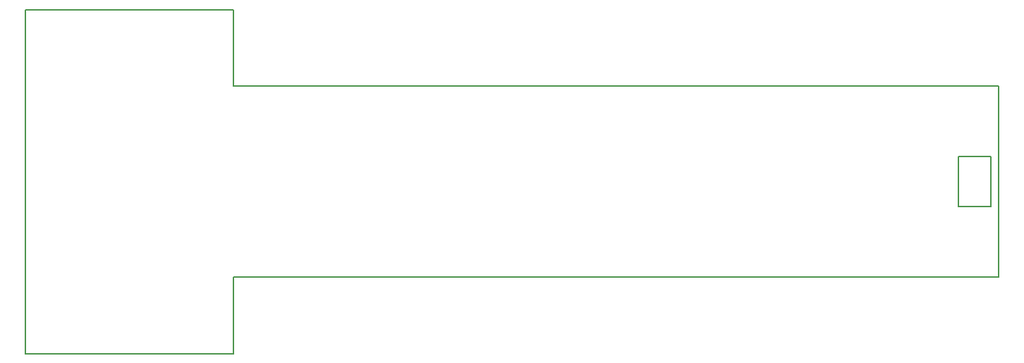
<source format=gbr>
G04 #@! TF.FileFunction,Profile,NP*
%FSLAX46Y46*%
G04 Gerber Fmt 4.6, Leading zero omitted, Abs format (unit mm)*
G04 Created by KiCad (PCBNEW 4.0.6) date 05/23/18 19:53:49*
%MOMM*%
%LPD*%
G01*
G04 APERTURE LIST*
%ADD10C,0.100000*%
%ADD11C,0.203200*%
G04 APERTURE END LIST*
D10*
D11*
X0Y0D02*
X0Y41299890D01*
X0Y41299890D02*
X24999950Y41299890D01*
X24999950Y41299890D02*
X24999950Y32150050D01*
X24999950Y32150050D02*
X116899940Y32150050D01*
X116899940Y32150050D02*
X116899940Y9150100D01*
X116899940Y9150100D02*
X24999950Y9150100D01*
X24999950Y9150100D02*
X24999950Y0D01*
X24999950Y0D02*
X0Y0D01*
X112000030Y23649940D02*
X112000030Y17649950D01*
X112000030Y17649950D02*
X115940080Y17649950D01*
X115940080Y17649950D02*
X115940080Y23649940D01*
X115940080Y23649940D02*
X112000030Y23649940D01*
M02*

</source>
